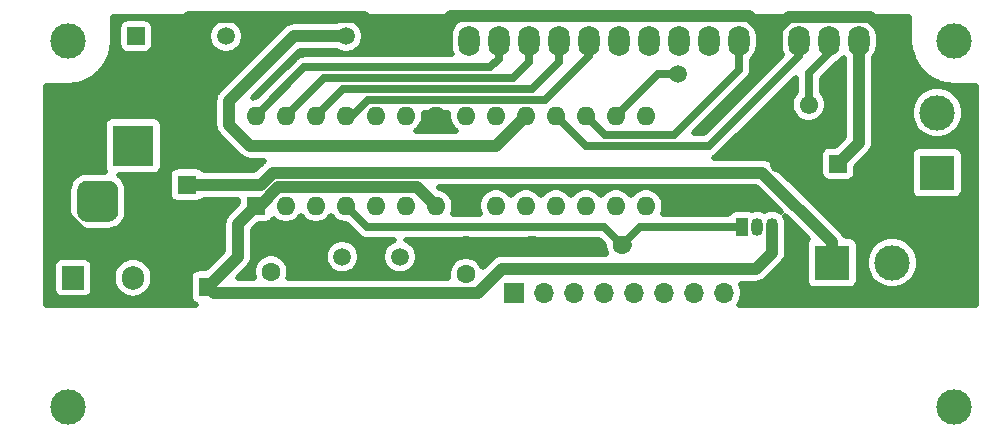
<source format=gbr>
%TF.GenerationSoftware,KiCad,Pcbnew,(5.1.9)-1*%
%TF.CreationDate,2021-03-27T12:54:39-03:00*%
%TF.ProjectId,layout3,6c61796f-7574-4332-9e6b-696361645f70,rev?*%
%TF.SameCoordinates,Original*%
%TF.FileFunction,Copper,L1,Top*%
%TF.FilePolarity,Positive*%
%FSLAX46Y46*%
G04 Gerber Fmt 4.6, Leading zero omitted, Abs format (unit mm)*
G04 Created by KiCad (PCBNEW (5.1.9)-1) date 2021-03-27 12:54:39*
%MOMM*%
%LPD*%
G01*
G04 APERTURE LIST*
%TA.AperFunction,ComponentPad*%
%ADD10R,3.500000X3.500000*%
%TD*%
%TA.AperFunction,ComponentPad*%
%ADD11R,1.508000X1.508000*%
%TD*%
%TA.AperFunction,ComponentPad*%
%ADD12C,1.508000*%
%TD*%
%TA.AperFunction,ComponentPad*%
%ADD13C,1.600000*%
%TD*%
%TA.AperFunction,ComponentPad*%
%ADD14R,1.600000X1.600000*%
%TD*%
%TA.AperFunction,ComponentPad*%
%ADD15O,1.600000X1.600000*%
%TD*%
%TA.AperFunction,ComponentPad*%
%ADD16R,1.800000X2.600000*%
%TD*%
%TA.AperFunction,ComponentPad*%
%ADD17O,1.800000X2.600000*%
%TD*%
%TA.AperFunction,ComponentPad*%
%ADD18C,3.000000*%
%TD*%
%TA.AperFunction,ComponentPad*%
%ADD19O,1.050000X1.500000*%
%TD*%
%TA.AperFunction,ComponentPad*%
%ADD20R,1.050000X1.500000*%
%TD*%
%TA.AperFunction,ComponentPad*%
%ADD21O,1.700000X1.700000*%
%TD*%
%TA.AperFunction,ComponentPad*%
%ADD22R,1.700000X1.700000*%
%TD*%
%TA.AperFunction,ComponentPad*%
%ADD23R,3.000000X3.000000*%
%TD*%
%TA.AperFunction,ComponentPad*%
%ADD24R,1.905000X2.000000*%
%TD*%
%TA.AperFunction,ComponentPad*%
%ADD25O,1.905000X2.000000*%
%TD*%
%TA.AperFunction,ComponentPad*%
%ADD26C,1.500000*%
%TD*%
%TA.AperFunction,ComponentPad*%
%ADD27C,1.550000*%
%TD*%
%TA.AperFunction,ComponentPad*%
%ADD28R,1.550000X1.550000*%
%TD*%
%TA.AperFunction,ViaPad*%
%ADD29C,1.500000*%
%TD*%
%TA.AperFunction,Conductor*%
%ADD30C,0.700000*%
%TD*%
%TA.AperFunction,Conductor*%
%ADD31C,1.000000*%
%TD*%
%TA.AperFunction,Conductor*%
%ADD32C,0.500000*%
%TD*%
G04 APERTURE END LIST*
D10*
%TO.P,J1,1*%
%TO.N,vcc_12v*%
X83058000Y-75184000D03*
%TO.P,J1,2*%
%TO.N,GND*%
%TA.AperFunction,ComponentPad*%
G36*
G01*
X75558000Y-76184000D02*
X75558000Y-74184000D01*
G75*
G02*
X76308000Y-73434000I750000J0D01*
G01*
X77808000Y-73434000D01*
G75*
G02*
X78558000Y-74184000I0J-750000D01*
G01*
X78558000Y-76184000D01*
G75*
G02*
X77808000Y-76934000I-750000J0D01*
G01*
X76308000Y-76934000D01*
G75*
G02*
X75558000Y-76184000I0J750000D01*
G01*
G37*
%TD.AperFunction*%
%TO.P,J1,3*%
%TO.N,N/C*%
%TA.AperFunction,ComponentPad*%
G36*
G01*
X78308000Y-80759000D02*
X78308000Y-79009000D01*
G75*
G02*
X79183000Y-78134000I875000J0D01*
G01*
X80933000Y-78134000D01*
G75*
G02*
X81808000Y-79009000I0J-875000D01*
G01*
X81808000Y-80759000D01*
G75*
G02*
X80933000Y-81634000I-875000J0D01*
G01*
X79183000Y-81634000D01*
G75*
G02*
X78308000Y-80759000I0J875000D01*
G01*
G37*
%TD.AperFunction*%
%TD*%
D11*
%TO.P,K1,1*%
%TO.N,Net-(J3-Pad2)*%
X83312000Y-65910000D03*
D12*
%TO.P,K1,2*%
%TO.N,Net-(J3-Pad1)*%
X90932000Y-65910000D03*
%TO.P,K1,3*%
%TO.N,Pino_13*%
X101092000Y-65910000D03*
%TO.P,K1,4*%
%TO.N,GND*%
X103632000Y-65910000D03*
%TD*%
D13*
%TO.P,C4,2*%
%TO.N,GND*%
X89408000Y-84622000D03*
D14*
%TO.P,C4,1*%
%TO.N,vcc*%
X89408000Y-87122000D03*
%TD*%
D13*
%TO.P,R1,1*%
%TO.N,Pino_2_int*%
X124460000Y-83566000D03*
D15*
%TO.P,R1,2*%
%TO.N,GND*%
X116840000Y-83566000D03*
%TD*%
D16*
%TO.P,DS1,1*%
%TO.N,GND*%
X147066000Y-66294000D03*
D17*
%TO.P,DS1,2*%
%TO.N,vcc*%
X144526000Y-66294000D03*
%TO.P,DS1,3*%
%TO.N,Net-(DS1-Pad3)*%
X141986000Y-66294000D03*
%TO.P,DS1,4*%
%TO.N,Pino_12*%
X139446000Y-66294000D03*
%TO.P,DS1,5*%
%TO.N,GND*%
X136906000Y-66294000D03*
%TO.P,DS1,6*%
%TO.N,Pino_11*%
X134366000Y-66294000D03*
%TO.P,DS1,7*%
%TO.N,Net-(DS1-Pad7)*%
X131826000Y-66294000D03*
%TO.P,DS1,8*%
%TO.N,Net-(DS1-Pad8)*%
X129286000Y-66294000D03*
%TO.P,DS1,9*%
%TO.N,Net-(DS1-Pad9)*%
X126746000Y-66294000D03*
%TO.P,DS1,10*%
%TO.N,Net-(DS1-Pad10)*%
X124206000Y-66294000D03*
%TO.P,DS1,11*%
%TO.N,Pino_16_A2*%
X121666000Y-66294000D03*
%TO.P,DS1,12*%
%TO.N,Pino_17_A3*%
X119126000Y-66294000D03*
%TO.P,DS1,13*%
%TO.N,Pino_18_A4*%
X116586000Y-66294000D03*
%TO.P,DS1,14*%
%TO.N,Pino_19_A5*%
X114046000Y-66294000D03*
%TO.P,DS1,15*%
%TO.N,LCD_A*%
X111506000Y-66294000D03*
%TO.P,DS1,16*%
%TO.N,GND*%
X108966000Y-66294000D03*
D18*
%TO.P,DS1,*%
%TO.N,*%
X152565100Y-66294000D03*
X152565100Y-97294700D03*
X77566520Y-97294700D03*
X77566000Y-66294000D03*
%TD*%
D19*
%TO.P,Q1,2*%
%TO.N,Net-(J4-Pad2)*%
X135890000Y-82042000D03*
%TO.P,Q1,3*%
%TO.N,vcc*%
X137160000Y-82042000D03*
D20*
%TO.P,Q1,1*%
%TO.N,Pino_2_int*%
X134620000Y-82042000D03*
%TD*%
D21*
%TO.P,J2,8*%
%TO.N,Pino_3*%
X133096000Y-87630000D03*
%TO.P,J2,7*%
%TO.N,Pino_4*%
X130556000Y-87630000D03*
%TO.P,J2,6*%
%TO.N,Pino_5*%
X128016000Y-87630000D03*
%TO.P,J2,5*%
%TO.N,Pino_6*%
X125476000Y-87630000D03*
%TO.P,J2,4*%
%TO.N,Pino_7*%
X122936000Y-87630000D03*
%TO.P,J2,3*%
%TO.N,Pino_8*%
X120396000Y-87630000D03*
%TO.P,J2,2*%
%TO.N,Pino_9*%
X117856000Y-87630000D03*
D22*
%TO.P,J2,1*%
%TO.N,Pino_10*%
X115316000Y-87630000D03*
%TD*%
D23*
%TO.P,J3,1*%
%TO.N,Net-(J3-Pad1)*%
X151130000Y-77470000D03*
D18*
%TO.P,J3,2*%
%TO.N,Net-(J3-Pad2)*%
X151130000Y-72390000D03*
%TD*%
D23*
%TO.P,J4,1*%
%TO.N,vcc_12v*%
X142240000Y-85090000D03*
D18*
%TO.P,J4,2*%
%TO.N,Net-(J4-Pad2)*%
X147320000Y-85090000D03*
%TO.P,J4,3*%
%TO.N,GND*%
X152400000Y-85090000D03*
%TD*%
D24*
%TO.P,U2,1*%
%TO.N,vcc_12v*%
X77978000Y-86360000D03*
D25*
%TO.P,U2,2*%
%TO.N,GND*%
X80518000Y-86360000D03*
%TO.P,U2,3*%
%TO.N,vcc*%
X83058000Y-86360000D03*
%TD*%
D26*
%TO.P,Y1,2*%
%TO.N,Net-(C2-Pad2)*%
X100764000Y-84582000D03*
%TO.P,Y1,1*%
%TO.N,Net-(C1-Pad2)*%
X105664000Y-84582000D03*
%TD*%
D13*
%TO.P,C1,1*%
%TO.N,GND*%
X111252000Y-83566000D03*
%TO.P,C1,2*%
%TO.N,Net-(C1-Pad2)*%
X111252000Y-86066000D03*
%TD*%
%TO.P,C2,2*%
%TO.N,Net-(C2-Pad2)*%
X94742000Y-85852000D03*
%TO.P,C2,1*%
%TO.N,GND*%
X94742000Y-83352000D03*
%TD*%
D14*
%TO.P,C3,1*%
%TO.N,vcc_12v*%
X87630000Y-78486000D03*
D13*
%TO.P,C3,2*%
%TO.N,GND*%
X87630000Y-80986000D03*
%TD*%
D15*
%TO.P,U1,28*%
%TO.N,Pino_19_A5*%
X93472000Y-72644000D03*
%TO.P,U1,14*%
%TO.N,Pino_7*%
X126492000Y-80264000D03*
%TO.P,U1,27*%
%TO.N,Pino_18_A4*%
X96012000Y-72644000D03*
%TO.P,U1,13*%
%TO.N,Pino_8*%
X123952000Y-80264000D03*
%TO.P,U1,26*%
%TO.N,Pino_17_A3*%
X98552000Y-72644000D03*
%TO.P,U1,12*%
%TO.N,Pino_9*%
X121412000Y-80264000D03*
%TO.P,U1,25*%
%TO.N,Pino_16_A2*%
X101092000Y-72644000D03*
%TO.P,U1,11*%
%TO.N,Pino_10*%
X118872000Y-80264000D03*
%TO.P,U1,24*%
%TO.N,Net-(U1-Pad24)*%
X103632000Y-72644000D03*
%TO.P,U1,10*%
%TO.N,Net-(C2-Pad2)*%
X116332000Y-80264000D03*
%TO.P,U1,23*%
%TO.N,Net-(U1-Pad23)*%
X106172000Y-72644000D03*
%TO.P,U1,9*%
%TO.N,Net-(C1-Pad2)*%
X113792000Y-80264000D03*
%TO.P,U1,22*%
%TO.N,GND*%
X108712000Y-72644000D03*
%TO.P,U1,8*%
X111252000Y-80264000D03*
%TO.P,U1,21*%
%TO.N,Net-(U1-Pad21)*%
X111252000Y-72644000D03*
%TO.P,U1,7*%
%TO.N,vcc*%
X108712000Y-80264000D03*
%TO.P,U1,20*%
X113792000Y-72644000D03*
%TO.P,U1,6*%
%TO.N,Pino_6*%
X106172000Y-80264000D03*
%TO.P,U1,19*%
%TO.N,Pino_13*%
X116332000Y-72644000D03*
%TO.P,U1,5*%
%TO.N,Pino_5*%
X103632000Y-80264000D03*
%TO.P,U1,18*%
%TO.N,Pino_12*%
X118872000Y-72644000D03*
%TO.P,U1,4*%
%TO.N,Pino_2_int*%
X101092000Y-80264000D03*
%TO.P,U1,17*%
%TO.N,Pino_11*%
X121412000Y-72644000D03*
%TO.P,U1,3*%
%TO.N,Pino_4*%
X98552000Y-80264000D03*
%TO.P,U1,16*%
%TO.N,LCD_A*%
X123952000Y-72644000D03*
%TO.P,U1,2*%
%TO.N,Pino_3*%
X96012000Y-80264000D03*
%TO.P,U1,15*%
%TO.N,Net-(U1-Pad15)*%
X126492000Y-72644000D03*
D14*
%TO.P,U1,1*%
%TO.N,vcc*%
X93472000Y-80264000D03*
%TD*%
D27*
%TO.P,RV1,3*%
%TO.N,GND*%
X137748000Y-76708000D03*
D28*
%TO.P,RV1,1*%
%TO.N,vcc*%
X142748000Y-76708000D03*
D27*
%TO.P,RV1,2*%
%TO.N,Net-(DS1-Pad3)*%
X140248000Y-71708000D03*
%TD*%
D29*
%TO.N,LCD_A*%
X129184400Y-69088000D03*
%TD*%
D30*
%TO.N,Pino_2_int*%
X124714000Y-83820000D02*
X124968000Y-83566000D01*
X102889988Y-82061988D02*
X101092000Y-80264000D01*
X122955988Y-82061988D02*
X102889988Y-82061988D01*
X124460000Y-83566000D02*
X122955988Y-82061988D01*
X125984000Y-82042000D02*
X124460000Y-83566000D01*
X134620000Y-82042000D02*
X125984000Y-82042000D01*
D31*
%TO.N,vcc_12v*%
X93843985Y-78486000D02*
X87630000Y-78486000D01*
X94875965Y-77454020D02*
X93843985Y-78486000D01*
X136342020Y-77454020D02*
X94875965Y-77454020D01*
X142240000Y-83352000D02*
X136342020Y-77454020D01*
X142240000Y-85090000D02*
X142240000Y-83352000D01*
%TO.N,vcc*%
X91948000Y-81788000D02*
X93472000Y-80264000D01*
X91948000Y-84582000D02*
X91948000Y-81788000D01*
X89408000Y-87122000D02*
X91948000Y-84582000D01*
X144526000Y-74930000D02*
X144526000Y-66040000D01*
X142748000Y-76708000D02*
X144526000Y-74930000D01*
X95361186Y-78680011D02*
X93777197Y-80264000D01*
X108712000Y-80264000D02*
X107128011Y-78680011D01*
X107128011Y-78680011D02*
X95361186Y-78680011D01*
X93777197Y-80264000D02*
X93472000Y-80264000D01*
X89916000Y-87630000D02*
X89408000Y-87122000D01*
X112268000Y-87630000D02*
X89916000Y-87630000D01*
X114300000Y-85598000D02*
X112268000Y-87630000D01*
X135817998Y-85598000D02*
X114300000Y-85598000D01*
X137160000Y-84255998D02*
X135817998Y-85598000D01*
X137160000Y-82042000D02*
X137160000Y-84255998D01*
D30*
%TO.N,Pino_12*%
X118872000Y-72644000D02*
X121407611Y-75179611D01*
X121407611Y-75179611D02*
X131830389Y-75179611D01*
X131830389Y-75179611D02*
X139446000Y-67564000D01*
X139446000Y-67564000D02*
X139446000Y-66040000D01*
%TO.N,Pino_11*%
X134366000Y-66294000D02*
X134366000Y-66040000D01*
X134366000Y-66294000D02*
X134366000Y-68732400D01*
X134366000Y-68732400D02*
X128828800Y-74269600D01*
X123037600Y-74269600D02*
X121412000Y-72644000D01*
X128828800Y-74269600D02*
X123037600Y-74269600D01*
%TO.N,Pino_16_A2*%
X121666000Y-67564000D02*
X121666000Y-66294000D01*
X117946001Y-71283999D02*
X121666000Y-67564000D01*
X102979199Y-71283999D02*
X117946001Y-71283999D01*
X101619198Y-72644000D02*
X102979199Y-71283999D01*
X101092000Y-72644000D02*
X101619198Y-72644000D01*
%TO.N,Pino_17_A3*%
X119126000Y-68072000D02*
X119126000Y-66294000D01*
X116824012Y-70373988D02*
X119126000Y-68072000D01*
X100822012Y-70373988D02*
X116824012Y-70373988D01*
X98552000Y-72644000D02*
X100822012Y-70373988D01*
%TO.N,Pino_18_A4*%
X116586000Y-68072000D02*
X116586000Y-66294000D01*
X115194023Y-69463977D02*
X116586000Y-68072000D01*
X99192023Y-69463977D02*
X115194023Y-69463977D01*
X96012000Y-72644000D02*
X99192023Y-69463977D01*
%TO.N,Pino_19_A5*%
X114046000Y-67818000D02*
X114046000Y-66294000D01*
X113310034Y-68553966D02*
X114046000Y-67818000D01*
X97562034Y-68553966D02*
X113310034Y-68553966D01*
X93472000Y-72644000D02*
X97562034Y-68553966D01*
D31*
%TO.N,Net-(J3-Pad2)*%
X151130000Y-72390000D02*
X151000000Y-72390000D01*
%TO.N,Pino_13*%
X116332000Y-72644000D02*
X113792000Y-75184000D01*
X113792000Y-75184000D02*
X92964000Y-75184000D01*
X92964000Y-75184000D02*
X91186000Y-73406000D01*
X91186000Y-73406000D02*
X91186000Y-71374000D01*
X91186000Y-71374000D02*
X96650000Y-65910000D01*
X96650000Y-65910000D02*
X101092000Y-65910000D01*
%TO.N,GND*%
X116840000Y-83566000D02*
X111252000Y-83566000D01*
X136906000Y-66040000D02*
X136906000Y-65903103D01*
X142320000Y-81280000D02*
X137748000Y-76708000D01*
X147828000Y-81280000D02*
X142320000Y-81280000D01*
X151638000Y-85090000D02*
X147828000Y-81280000D01*
X152400000Y-85090000D02*
X151638000Y-85090000D01*
X103762000Y-66040000D02*
X103632000Y-65910000D01*
X108582000Y-65910000D02*
X108966000Y-66294000D01*
X103632000Y-65910000D02*
X108582000Y-65910000D01*
X108966000Y-65786000D02*
X108966000Y-66294000D01*
X147066000Y-65903103D02*
X147066000Y-66040000D01*
X138547103Y-64262000D02*
X145424897Y-64262000D01*
X145424897Y-64262000D02*
X147066000Y-65903103D01*
X136906000Y-65903103D02*
X138547103Y-64262000D01*
X80518000Y-84360000D02*
X80518000Y-86360000D01*
X77058000Y-80900000D02*
X80518000Y-84360000D01*
X77058000Y-74950002D02*
X77058000Y-80900000D01*
X87746002Y-64262000D02*
X77058000Y-74950002D01*
X102616000Y-64262000D02*
X87746002Y-64262000D01*
X103632000Y-65278000D02*
X102616000Y-64262000D01*
X103632000Y-65910000D02*
X103632000Y-65278000D01*
X147066000Y-79756000D02*
X152400000Y-85090000D01*
X147066000Y-66294000D02*
X147066000Y-79756000D01*
X135237907Y-64235010D02*
X136906000Y-65903103D01*
X109940542Y-64235010D02*
X135237907Y-64235010D01*
X108966000Y-65209552D02*
X109940542Y-64235010D01*
X108966000Y-66294000D02*
X108966000Y-65209552D01*
D30*
%TO.N,Net-(DS1-Pad3)*%
X141986000Y-66294000D02*
X141986000Y-66040000D01*
X141986000Y-67310000D02*
X141986000Y-66294000D01*
X140248000Y-69048000D02*
X141986000Y-67310000D01*
X140248000Y-71708000D02*
X140248000Y-69048000D01*
%TO.N,LCD_A*%
X123952000Y-72644000D02*
X127508000Y-69088000D01*
X127508000Y-69088000D02*
X129184400Y-69088000D01*
%TD*%
D32*
%TO.N,GND*%
X148780200Y-66332064D02*
X148783596Y-66366550D01*
X148783464Y-66385520D01*
X148784520Y-66396289D01*
X148846701Y-66987897D01*
X148860828Y-67056719D01*
X148873987Y-67125700D01*
X148877114Y-67136059D01*
X149053020Y-67704321D01*
X149080246Y-67769090D01*
X149106553Y-67834202D01*
X149111633Y-67843757D01*
X149394565Y-68367029D01*
X149433845Y-68425263D01*
X149472306Y-68484038D01*
X149479145Y-68492424D01*
X149858327Y-68950776D01*
X149908184Y-69000285D01*
X149957315Y-69050456D01*
X149965653Y-69057354D01*
X150426640Y-69433326D01*
X150485156Y-69472204D01*
X150543104Y-69511881D01*
X150552622Y-69517028D01*
X151077856Y-69796300D01*
X151142821Y-69823076D01*
X151207360Y-69850738D01*
X151217698Y-69853939D01*
X151787175Y-70025874D01*
X151856099Y-70039521D01*
X151924785Y-70054121D01*
X151935547Y-70055252D01*
X152527573Y-70113301D01*
X152527577Y-70113301D01*
X152565135Y-70117000D01*
X154419000Y-70117000D01*
X154419001Y-88633000D01*
X134350121Y-88633000D01*
X134513902Y-88387884D01*
X134634513Y-88096703D01*
X134696000Y-87787586D01*
X134696000Y-87472414D01*
X134634513Y-87163297D01*
X134513902Y-86872116D01*
X134497788Y-86848000D01*
X135756600Y-86848000D01*
X135817998Y-86854047D01*
X135879396Y-86848000D01*
X135879403Y-86848000D01*
X136063041Y-86829913D01*
X136298667Y-86758437D01*
X136515821Y-86642366D01*
X136706158Y-86486160D01*
X136745306Y-86438458D01*
X138000462Y-85183302D01*
X138048160Y-85144158D01*
X138204366Y-84953821D01*
X138320437Y-84736667D01*
X138387375Y-84516000D01*
X138391913Y-84501042D01*
X138406986Y-84348000D01*
X138410000Y-84317403D01*
X138410000Y-84317397D01*
X138416047Y-84255999D01*
X138410000Y-84194601D01*
X138410000Y-82538542D01*
X138416552Y-82516943D01*
X138435000Y-82329635D01*
X138435000Y-81754364D01*
X138416552Y-81567056D01*
X138343646Y-81326718D01*
X138225253Y-81105221D01*
X138224331Y-81104097D01*
X140193687Y-83073454D01*
X140113381Y-83171307D01*
X140043739Y-83301599D01*
X140000853Y-83442974D01*
X139986372Y-83590000D01*
X139986372Y-86590000D01*
X140000853Y-86737026D01*
X140043739Y-86878401D01*
X140113381Y-87008693D01*
X140207105Y-87122895D01*
X140321307Y-87216619D01*
X140451599Y-87286261D01*
X140592974Y-87329147D01*
X140740000Y-87343628D01*
X143740000Y-87343628D01*
X143887026Y-87329147D01*
X144028401Y-87286261D01*
X144158693Y-87216619D01*
X144272895Y-87122895D01*
X144366619Y-87008693D01*
X144436261Y-86878401D01*
X144479147Y-86737026D01*
X144493628Y-86590000D01*
X144493628Y-84868394D01*
X145070000Y-84868394D01*
X145070000Y-85311606D01*
X145156466Y-85746301D01*
X145326076Y-86155775D01*
X145572311Y-86524292D01*
X145885708Y-86837689D01*
X146254225Y-87083924D01*
X146663699Y-87253534D01*
X147098394Y-87340000D01*
X147541606Y-87340000D01*
X147976301Y-87253534D01*
X148385775Y-87083924D01*
X148754292Y-86837689D01*
X149067689Y-86524292D01*
X149313924Y-86155775D01*
X149483534Y-85746301D01*
X149570000Y-85311606D01*
X149570000Y-84868394D01*
X149483534Y-84433699D01*
X149313924Y-84024225D01*
X149067689Y-83655708D01*
X148754292Y-83342311D01*
X148385775Y-83096076D01*
X147976301Y-82926466D01*
X147541606Y-82840000D01*
X147098394Y-82840000D01*
X146663699Y-82926466D01*
X146254225Y-83096076D01*
X145885708Y-83342311D01*
X145572311Y-83655708D01*
X145326076Y-84024225D01*
X145156466Y-84433699D01*
X145070000Y-84868394D01*
X144493628Y-84868394D01*
X144493628Y-83590000D01*
X144479147Y-83442974D01*
X144436261Y-83301599D01*
X144366619Y-83171307D01*
X144272895Y-83057105D01*
X144158693Y-82963381D01*
X144028401Y-82893739D01*
X143887026Y-82850853D01*
X143740000Y-82836372D01*
X143381751Y-82836372D01*
X143284366Y-82654177D01*
X143128160Y-82463840D01*
X143080463Y-82424696D01*
X137269329Y-76613563D01*
X137230180Y-76565860D01*
X137039843Y-76409654D01*
X136822689Y-76293583D01*
X136587063Y-76222107D01*
X136403425Y-76204020D01*
X136403418Y-76204020D01*
X136342020Y-76197973D01*
X136280622Y-76204020D01*
X132242746Y-76204020D01*
X132253377Y-76200795D01*
X132444473Y-76098653D01*
X132611970Y-75961192D01*
X132646422Y-75919212D01*
X139148001Y-69417634D01*
X139148000Y-70651324D01*
X139063455Y-70735869D01*
X138896562Y-70985642D01*
X138781605Y-71263174D01*
X138723000Y-71557801D01*
X138723000Y-71858199D01*
X138781605Y-72152826D01*
X138896562Y-72430358D01*
X139063455Y-72680131D01*
X139275869Y-72892545D01*
X139525642Y-73059438D01*
X139803174Y-73174395D01*
X140097801Y-73233000D01*
X140398199Y-73233000D01*
X140692826Y-73174395D01*
X140970358Y-73059438D01*
X141220131Y-72892545D01*
X141432545Y-72680131D01*
X141599438Y-72430358D01*
X141714395Y-72152826D01*
X141773000Y-71858199D01*
X141773000Y-71557801D01*
X141714395Y-71263174D01*
X141599438Y-70985642D01*
X141432545Y-70735869D01*
X141348000Y-70651324D01*
X141348000Y-69503634D01*
X142632031Y-68219604D01*
X142907125Y-68072562D01*
X143158371Y-67866371D01*
X143256000Y-67747409D01*
X143276001Y-67771780D01*
X143276000Y-74412233D01*
X142508862Y-75179372D01*
X141973000Y-75179372D01*
X141825974Y-75193853D01*
X141684599Y-75236739D01*
X141554307Y-75306381D01*
X141440105Y-75400105D01*
X141346381Y-75514307D01*
X141276739Y-75644599D01*
X141233853Y-75785974D01*
X141219372Y-75933000D01*
X141219372Y-77483000D01*
X141233853Y-77630026D01*
X141276739Y-77771401D01*
X141346381Y-77901693D01*
X141440105Y-78015895D01*
X141554307Y-78109619D01*
X141684599Y-78179261D01*
X141825974Y-78222147D01*
X141973000Y-78236628D01*
X143523000Y-78236628D01*
X143670026Y-78222147D01*
X143811401Y-78179261D01*
X143941693Y-78109619D01*
X144055895Y-78015895D01*
X144149619Y-77901693D01*
X144219261Y-77771401D01*
X144262147Y-77630026D01*
X144276628Y-77483000D01*
X144276628Y-76947138D01*
X145253766Y-75970000D01*
X148876372Y-75970000D01*
X148876372Y-78970000D01*
X148890853Y-79117026D01*
X148933739Y-79258401D01*
X149003381Y-79388693D01*
X149097105Y-79502895D01*
X149211307Y-79596619D01*
X149341599Y-79666261D01*
X149482974Y-79709147D01*
X149630000Y-79723628D01*
X152630000Y-79723628D01*
X152777026Y-79709147D01*
X152918401Y-79666261D01*
X153048693Y-79596619D01*
X153162895Y-79502895D01*
X153256619Y-79388693D01*
X153326261Y-79258401D01*
X153369147Y-79117026D01*
X153383628Y-78970000D01*
X153383628Y-75970000D01*
X153369147Y-75822974D01*
X153326261Y-75681599D01*
X153256619Y-75551307D01*
X153162895Y-75437105D01*
X153048693Y-75343381D01*
X152918401Y-75273739D01*
X152777026Y-75230853D01*
X152630000Y-75216372D01*
X149630000Y-75216372D01*
X149482974Y-75230853D01*
X149341599Y-75273739D01*
X149211307Y-75343381D01*
X149097105Y-75437105D01*
X149003381Y-75551307D01*
X148933739Y-75681599D01*
X148890853Y-75822974D01*
X148876372Y-75970000D01*
X145253766Y-75970000D01*
X145366464Y-75857303D01*
X145414160Y-75818160D01*
X145570366Y-75627823D01*
X145686437Y-75410669D01*
X145757913Y-75175043D01*
X145776000Y-74991405D01*
X145776000Y-74991404D01*
X145782048Y-74930000D01*
X145776000Y-74868595D01*
X145776000Y-72168394D01*
X148880000Y-72168394D01*
X148880000Y-72611606D01*
X148966466Y-73046301D01*
X149136076Y-73455775D01*
X149382311Y-73824292D01*
X149695708Y-74137689D01*
X150064225Y-74383924D01*
X150473699Y-74553534D01*
X150908394Y-74640000D01*
X151351606Y-74640000D01*
X151786301Y-74553534D01*
X152195775Y-74383924D01*
X152564292Y-74137689D01*
X152877689Y-73824292D01*
X153123924Y-73455775D01*
X153293534Y-73046301D01*
X153380000Y-72611606D01*
X153380000Y-72168394D01*
X153293534Y-71733699D01*
X153123924Y-71324225D01*
X152877689Y-70955708D01*
X152564292Y-70642311D01*
X152195775Y-70396076D01*
X151786301Y-70226466D01*
X151351606Y-70140000D01*
X150908394Y-70140000D01*
X150473699Y-70226466D01*
X150064225Y-70396076D01*
X149695708Y-70642311D01*
X149382311Y-70955708D01*
X149136076Y-71324225D01*
X148966466Y-71733699D01*
X148880000Y-72168394D01*
X145776000Y-72168394D01*
X145776000Y-67771780D01*
X145904562Y-67615126D01*
X146057777Y-67328483D01*
X146152125Y-67017456D01*
X146176000Y-66775052D01*
X146176000Y-65812949D01*
X146152125Y-65570544D01*
X146057777Y-65259517D01*
X145904562Y-64972874D01*
X145698371Y-64721629D01*
X145447126Y-64515438D01*
X145160483Y-64362223D01*
X144872944Y-64275000D01*
X148780201Y-64275000D01*
X148780200Y-66332064D01*
%TA.AperFunction,Conductor*%
G36*
X148780200Y-66332064D02*
G01*
X148783596Y-66366550D01*
X148783464Y-66385520D01*
X148784520Y-66396289D01*
X148846701Y-66987897D01*
X148860828Y-67056719D01*
X148873987Y-67125700D01*
X148877114Y-67136059D01*
X149053020Y-67704321D01*
X149080246Y-67769090D01*
X149106553Y-67834202D01*
X149111633Y-67843757D01*
X149394565Y-68367029D01*
X149433845Y-68425263D01*
X149472306Y-68484038D01*
X149479145Y-68492424D01*
X149858327Y-68950776D01*
X149908184Y-69000285D01*
X149957315Y-69050456D01*
X149965653Y-69057354D01*
X150426640Y-69433326D01*
X150485156Y-69472204D01*
X150543104Y-69511881D01*
X150552622Y-69517028D01*
X151077856Y-69796300D01*
X151142821Y-69823076D01*
X151207360Y-69850738D01*
X151217698Y-69853939D01*
X151787175Y-70025874D01*
X151856099Y-70039521D01*
X151924785Y-70054121D01*
X151935547Y-70055252D01*
X152527573Y-70113301D01*
X152527577Y-70113301D01*
X152565135Y-70117000D01*
X154419000Y-70117000D01*
X154419001Y-88633000D01*
X134350121Y-88633000D01*
X134513902Y-88387884D01*
X134634513Y-88096703D01*
X134696000Y-87787586D01*
X134696000Y-87472414D01*
X134634513Y-87163297D01*
X134513902Y-86872116D01*
X134497788Y-86848000D01*
X135756600Y-86848000D01*
X135817998Y-86854047D01*
X135879396Y-86848000D01*
X135879403Y-86848000D01*
X136063041Y-86829913D01*
X136298667Y-86758437D01*
X136515821Y-86642366D01*
X136706158Y-86486160D01*
X136745306Y-86438458D01*
X138000462Y-85183302D01*
X138048160Y-85144158D01*
X138204366Y-84953821D01*
X138320437Y-84736667D01*
X138387375Y-84516000D01*
X138391913Y-84501042D01*
X138406986Y-84348000D01*
X138410000Y-84317403D01*
X138410000Y-84317397D01*
X138416047Y-84255999D01*
X138410000Y-84194601D01*
X138410000Y-82538542D01*
X138416552Y-82516943D01*
X138435000Y-82329635D01*
X138435000Y-81754364D01*
X138416552Y-81567056D01*
X138343646Y-81326718D01*
X138225253Y-81105221D01*
X138224331Y-81104097D01*
X140193687Y-83073454D01*
X140113381Y-83171307D01*
X140043739Y-83301599D01*
X140000853Y-83442974D01*
X139986372Y-83590000D01*
X139986372Y-86590000D01*
X140000853Y-86737026D01*
X140043739Y-86878401D01*
X140113381Y-87008693D01*
X140207105Y-87122895D01*
X140321307Y-87216619D01*
X140451599Y-87286261D01*
X140592974Y-87329147D01*
X140740000Y-87343628D01*
X143740000Y-87343628D01*
X143887026Y-87329147D01*
X144028401Y-87286261D01*
X144158693Y-87216619D01*
X144272895Y-87122895D01*
X144366619Y-87008693D01*
X144436261Y-86878401D01*
X144479147Y-86737026D01*
X144493628Y-86590000D01*
X144493628Y-84868394D01*
X145070000Y-84868394D01*
X145070000Y-85311606D01*
X145156466Y-85746301D01*
X145326076Y-86155775D01*
X145572311Y-86524292D01*
X145885708Y-86837689D01*
X146254225Y-87083924D01*
X146663699Y-87253534D01*
X147098394Y-87340000D01*
X147541606Y-87340000D01*
X147976301Y-87253534D01*
X148385775Y-87083924D01*
X148754292Y-86837689D01*
X149067689Y-86524292D01*
X149313924Y-86155775D01*
X149483534Y-85746301D01*
X149570000Y-85311606D01*
X149570000Y-84868394D01*
X149483534Y-84433699D01*
X149313924Y-84024225D01*
X149067689Y-83655708D01*
X148754292Y-83342311D01*
X148385775Y-83096076D01*
X147976301Y-82926466D01*
X147541606Y-82840000D01*
X147098394Y-82840000D01*
X146663699Y-82926466D01*
X146254225Y-83096076D01*
X145885708Y-83342311D01*
X145572311Y-83655708D01*
X145326076Y-84024225D01*
X145156466Y-84433699D01*
X145070000Y-84868394D01*
X144493628Y-84868394D01*
X144493628Y-83590000D01*
X144479147Y-83442974D01*
X144436261Y-83301599D01*
X144366619Y-83171307D01*
X144272895Y-83057105D01*
X144158693Y-82963381D01*
X144028401Y-82893739D01*
X143887026Y-82850853D01*
X143740000Y-82836372D01*
X143381751Y-82836372D01*
X143284366Y-82654177D01*
X143128160Y-82463840D01*
X143080463Y-82424696D01*
X137269329Y-76613563D01*
X137230180Y-76565860D01*
X137039843Y-76409654D01*
X136822689Y-76293583D01*
X136587063Y-76222107D01*
X136403425Y-76204020D01*
X136403418Y-76204020D01*
X136342020Y-76197973D01*
X136280622Y-76204020D01*
X132242746Y-76204020D01*
X132253377Y-76200795D01*
X132444473Y-76098653D01*
X132611970Y-75961192D01*
X132646422Y-75919212D01*
X139148001Y-69417634D01*
X139148000Y-70651324D01*
X139063455Y-70735869D01*
X138896562Y-70985642D01*
X138781605Y-71263174D01*
X138723000Y-71557801D01*
X138723000Y-71858199D01*
X138781605Y-72152826D01*
X138896562Y-72430358D01*
X139063455Y-72680131D01*
X139275869Y-72892545D01*
X139525642Y-73059438D01*
X139803174Y-73174395D01*
X140097801Y-73233000D01*
X140398199Y-73233000D01*
X140692826Y-73174395D01*
X140970358Y-73059438D01*
X141220131Y-72892545D01*
X141432545Y-72680131D01*
X141599438Y-72430358D01*
X141714395Y-72152826D01*
X141773000Y-71858199D01*
X141773000Y-71557801D01*
X141714395Y-71263174D01*
X141599438Y-70985642D01*
X141432545Y-70735869D01*
X141348000Y-70651324D01*
X141348000Y-69503634D01*
X142632031Y-68219604D01*
X142907125Y-68072562D01*
X143158371Y-67866371D01*
X143256000Y-67747409D01*
X143276001Y-67771780D01*
X143276000Y-74412233D01*
X142508862Y-75179372D01*
X141973000Y-75179372D01*
X141825974Y-75193853D01*
X141684599Y-75236739D01*
X141554307Y-75306381D01*
X141440105Y-75400105D01*
X141346381Y-75514307D01*
X141276739Y-75644599D01*
X141233853Y-75785974D01*
X141219372Y-75933000D01*
X141219372Y-77483000D01*
X141233853Y-77630026D01*
X141276739Y-77771401D01*
X141346381Y-77901693D01*
X141440105Y-78015895D01*
X141554307Y-78109619D01*
X141684599Y-78179261D01*
X141825974Y-78222147D01*
X141973000Y-78236628D01*
X143523000Y-78236628D01*
X143670026Y-78222147D01*
X143811401Y-78179261D01*
X143941693Y-78109619D01*
X144055895Y-78015895D01*
X144149619Y-77901693D01*
X144219261Y-77771401D01*
X144262147Y-77630026D01*
X144276628Y-77483000D01*
X144276628Y-76947138D01*
X145253766Y-75970000D01*
X148876372Y-75970000D01*
X148876372Y-78970000D01*
X148890853Y-79117026D01*
X148933739Y-79258401D01*
X149003381Y-79388693D01*
X149097105Y-79502895D01*
X149211307Y-79596619D01*
X149341599Y-79666261D01*
X149482974Y-79709147D01*
X149630000Y-79723628D01*
X152630000Y-79723628D01*
X152777026Y-79709147D01*
X152918401Y-79666261D01*
X153048693Y-79596619D01*
X153162895Y-79502895D01*
X153256619Y-79388693D01*
X153326261Y-79258401D01*
X153369147Y-79117026D01*
X153383628Y-78970000D01*
X153383628Y-75970000D01*
X153369147Y-75822974D01*
X153326261Y-75681599D01*
X153256619Y-75551307D01*
X153162895Y-75437105D01*
X153048693Y-75343381D01*
X152918401Y-75273739D01*
X152777026Y-75230853D01*
X152630000Y-75216372D01*
X149630000Y-75216372D01*
X149482974Y-75230853D01*
X149341599Y-75273739D01*
X149211307Y-75343381D01*
X149097105Y-75437105D01*
X149003381Y-75551307D01*
X148933739Y-75681599D01*
X148890853Y-75822974D01*
X148876372Y-75970000D01*
X145253766Y-75970000D01*
X145366464Y-75857303D01*
X145414160Y-75818160D01*
X145570366Y-75627823D01*
X145686437Y-75410669D01*
X145757913Y-75175043D01*
X145776000Y-74991405D01*
X145776000Y-74991404D01*
X145782048Y-74930000D01*
X145776000Y-74868595D01*
X145776000Y-72168394D01*
X148880000Y-72168394D01*
X148880000Y-72611606D01*
X148966466Y-73046301D01*
X149136076Y-73455775D01*
X149382311Y-73824292D01*
X149695708Y-74137689D01*
X150064225Y-74383924D01*
X150473699Y-74553534D01*
X150908394Y-74640000D01*
X151351606Y-74640000D01*
X151786301Y-74553534D01*
X152195775Y-74383924D01*
X152564292Y-74137689D01*
X152877689Y-73824292D01*
X153123924Y-73455775D01*
X153293534Y-73046301D01*
X153380000Y-72611606D01*
X153380000Y-72168394D01*
X153293534Y-71733699D01*
X153123924Y-71324225D01*
X152877689Y-70955708D01*
X152564292Y-70642311D01*
X152195775Y-70396076D01*
X151786301Y-70226466D01*
X151351606Y-70140000D01*
X150908394Y-70140000D01*
X150473699Y-70226466D01*
X150064225Y-70396076D01*
X149695708Y-70642311D01*
X149382311Y-70955708D01*
X149136076Y-71324225D01*
X148966466Y-71733699D01*
X148880000Y-72168394D01*
X145776000Y-72168394D01*
X145776000Y-67771780D01*
X145904562Y-67615126D01*
X146057777Y-67328483D01*
X146152125Y-67017456D01*
X146176000Y-66775052D01*
X146176000Y-65812949D01*
X146152125Y-65570544D01*
X146057777Y-65259517D01*
X145904562Y-64972874D01*
X145698371Y-64721629D01*
X145447126Y-64515438D01*
X145160483Y-64362223D01*
X144872944Y-64275000D01*
X148780201Y-64275000D01*
X148780200Y-66332064D01*
G37*
%TD.AperFunction*%
X110871518Y-64362223D02*
X110584875Y-64515438D01*
X110333630Y-64721629D01*
X110127438Y-64972874D01*
X109974223Y-65259517D01*
X109879875Y-65570544D01*
X109856000Y-65812948D01*
X109856000Y-66775051D01*
X109879875Y-67017455D01*
X109974223Y-67328482D01*
X110041296Y-67453966D01*
X97616070Y-67453966D01*
X97562034Y-67448644D01*
X97346396Y-67469882D01*
X97139045Y-67532782D01*
X96963959Y-67626367D01*
X96947950Y-67634924D01*
X96780453Y-67772385D01*
X96746001Y-67814365D01*
X93466366Y-71094000D01*
X93319338Y-71094000D01*
X93212519Y-71115247D01*
X97167767Y-67160000D01*
X100255629Y-67160000D01*
X100379589Y-67242827D01*
X100653299Y-67356202D01*
X100943869Y-67414000D01*
X101240131Y-67414000D01*
X101530701Y-67356202D01*
X101804411Y-67242827D01*
X102050744Y-67078233D01*
X102260233Y-66868744D01*
X102424827Y-66622411D01*
X102538202Y-66348701D01*
X102596000Y-66058131D01*
X102596000Y-65761869D01*
X102538202Y-65471299D01*
X102424827Y-65197589D01*
X102260233Y-64951256D01*
X102050744Y-64741767D01*
X101804411Y-64577173D01*
X101530701Y-64463798D01*
X101240131Y-64406000D01*
X100943869Y-64406000D01*
X100653299Y-64463798D01*
X100379589Y-64577173D01*
X100255629Y-64660000D01*
X96711398Y-64660000D01*
X96650000Y-64653953D01*
X96588602Y-64660000D01*
X96588595Y-64660000D01*
X96404957Y-64678087D01*
X96169331Y-64749563D01*
X95952177Y-64865634D01*
X95761840Y-65021840D01*
X95722696Y-65069537D01*
X90345538Y-70446696D01*
X90297841Y-70485840D01*
X90141635Y-70676177D01*
X90109729Y-70735869D01*
X90025563Y-70893332D01*
X89954087Y-71128958D01*
X89929953Y-71374000D01*
X89936001Y-71435407D01*
X89936000Y-73344602D01*
X89929953Y-73406000D01*
X89936000Y-73467398D01*
X89936000Y-73467404D01*
X89954087Y-73651042D01*
X90025563Y-73886668D01*
X90141634Y-74103822D01*
X90297840Y-74294160D01*
X90345542Y-74333309D01*
X92036696Y-76024463D01*
X92075840Y-76072160D01*
X92266177Y-76228366D01*
X92388190Y-76293583D01*
X92483331Y-76344437D01*
X92718957Y-76415913D01*
X92964000Y-76440048D01*
X93025405Y-76434000D01*
X94148476Y-76434000D01*
X93987805Y-76565860D01*
X93948660Y-76613558D01*
X93326219Y-77236000D01*
X89030926Y-77236000D01*
X88962895Y-77153105D01*
X88848693Y-77059381D01*
X88718401Y-76989739D01*
X88577026Y-76946853D01*
X88430000Y-76932372D01*
X86830000Y-76932372D01*
X86682974Y-76946853D01*
X86541599Y-76989739D01*
X86411307Y-77059381D01*
X86297105Y-77153105D01*
X86203381Y-77267307D01*
X86133739Y-77397599D01*
X86090853Y-77538974D01*
X86076372Y-77686000D01*
X86076372Y-79286000D01*
X86090853Y-79433026D01*
X86133739Y-79574401D01*
X86203381Y-79704693D01*
X86297105Y-79818895D01*
X86411307Y-79912619D01*
X86541599Y-79982261D01*
X86682974Y-80025147D01*
X86830000Y-80039628D01*
X88430000Y-80039628D01*
X88577026Y-80025147D01*
X88718401Y-79982261D01*
X88848693Y-79912619D01*
X88962895Y-79818895D01*
X89030926Y-79736000D01*
X91918372Y-79736000D01*
X91918372Y-80049861D01*
X91107538Y-80860696D01*
X91059841Y-80899840D01*
X90903635Y-81090177D01*
X90849582Y-81191303D01*
X90787563Y-81307332D01*
X90716087Y-81542958D01*
X90691953Y-81788000D01*
X90698001Y-81849407D01*
X90698000Y-84064233D01*
X89193862Y-85568372D01*
X88608000Y-85568372D01*
X88460974Y-85582853D01*
X88319599Y-85625739D01*
X88189307Y-85695381D01*
X88075105Y-85789105D01*
X87981381Y-85903307D01*
X87911739Y-86033599D01*
X87868853Y-86174974D01*
X87854372Y-86322000D01*
X87854372Y-87922000D01*
X87868853Y-88069026D01*
X87911739Y-88210401D01*
X87981381Y-88340693D01*
X88075105Y-88454895D01*
X88189307Y-88548619D01*
X88319599Y-88618261D01*
X88368187Y-88633000D01*
X75705000Y-88633000D01*
X75705000Y-85360000D01*
X76271872Y-85360000D01*
X76271872Y-87360000D01*
X76286353Y-87507026D01*
X76329239Y-87648401D01*
X76398881Y-87778693D01*
X76492605Y-87892895D01*
X76606807Y-87986619D01*
X76737099Y-88056261D01*
X76878474Y-88099147D01*
X77025500Y-88113628D01*
X78930500Y-88113628D01*
X79077526Y-88099147D01*
X79218901Y-88056261D01*
X79349193Y-87986619D01*
X79463395Y-87892895D01*
X79557119Y-87778693D01*
X79626761Y-87648401D01*
X79669647Y-87507026D01*
X79684128Y-87360000D01*
X79684128Y-86228869D01*
X81355500Y-86228869D01*
X81355500Y-86491132D01*
X81380134Y-86741248D01*
X81477485Y-87062171D01*
X81635574Y-87357935D01*
X81848326Y-87617174D01*
X82107566Y-87829926D01*
X82403330Y-87988015D01*
X82724253Y-88085366D01*
X83058000Y-88118237D01*
X83391748Y-88085366D01*
X83712671Y-87988015D01*
X84008435Y-87829926D01*
X84267674Y-87617174D01*
X84480426Y-87357934D01*
X84638515Y-87062170D01*
X84735866Y-86741247D01*
X84760500Y-86491131D01*
X84760500Y-86228868D01*
X84735866Y-85978752D01*
X84638515Y-85657829D01*
X84480426Y-85362065D01*
X84267674Y-85102826D01*
X84008434Y-84890074D01*
X83712670Y-84731985D01*
X83391747Y-84634634D01*
X83058000Y-84601763D01*
X82724252Y-84634634D01*
X82403329Y-84731985D01*
X82107565Y-84890074D01*
X81848326Y-85102826D01*
X81635574Y-85362066D01*
X81477485Y-85657830D01*
X81380134Y-85978753D01*
X81355500Y-86228869D01*
X79684128Y-86228869D01*
X79684128Y-85360000D01*
X79669647Y-85212974D01*
X79626761Y-85071599D01*
X79557119Y-84941307D01*
X79463395Y-84827105D01*
X79349193Y-84733381D01*
X79218901Y-84663739D01*
X79077526Y-84620853D01*
X78930500Y-84606372D01*
X77025500Y-84606372D01*
X76878474Y-84620853D01*
X76737099Y-84663739D01*
X76606807Y-84733381D01*
X76492605Y-84827105D01*
X76398881Y-84941307D01*
X76329239Y-85071599D01*
X76286353Y-85212974D01*
X76271872Y-85360000D01*
X75705000Y-85360000D01*
X75705000Y-79009000D01*
X77554372Y-79009000D01*
X77554372Y-80759000D01*
X77585666Y-81076730D01*
X77678344Y-81382249D01*
X77828845Y-81663817D01*
X78031386Y-81910614D01*
X78278183Y-82113155D01*
X78559751Y-82263656D01*
X78865270Y-82356334D01*
X79183000Y-82387628D01*
X80933000Y-82387628D01*
X81250730Y-82356334D01*
X81556249Y-82263656D01*
X81837817Y-82113155D01*
X82084614Y-81910614D01*
X82287155Y-81663817D01*
X82437656Y-81382249D01*
X82530334Y-81076730D01*
X82561628Y-80759000D01*
X82561628Y-79009000D01*
X82530334Y-78691270D01*
X82437656Y-78385751D01*
X82287155Y-78104183D01*
X82084614Y-77857386D01*
X81877763Y-77687628D01*
X84808000Y-77687628D01*
X84955026Y-77673147D01*
X85096401Y-77630261D01*
X85226693Y-77560619D01*
X85340895Y-77466895D01*
X85434619Y-77352693D01*
X85504261Y-77222401D01*
X85547147Y-77081026D01*
X85561628Y-76934000D01*
X85561628Y-73434000D01*
X85547147Y-73286974D01*
X85504261Y-73145599D01*
X85434619Y-73015307D01*
X85340895Y-72901105D01*
X85226693Y-72807381D01*
X85096401Y-72737739D01*
X84955026Y-72694853D01*
X84808000Y-72680372D01*
X81308000Y-72680372D01*
X81160974Y-72694853D01*
X81019599Y-72737739D01*
X80889307Y-72807381D01*
X80775105Y-72901105D01*
X80681381Y-73015307D01*
X80611739Y-73145599D01*
X80568853Y-73286974D01*
X80554372Y-73434000D01*
X80554372Y-76934000D01*
X80568853Y-77081026D01*
X80611739Y-77222401D01*
X80681381Y-77352693D01*
X80704097Y-77380372D01*
X79183000Y-77380372D01*
X78865270Y-77411666D01*
X78559751Y-77504344D01*
X78278183Y-77654845D01*
X78031386Y-77857386D01*
X77828845Y-78104183D01*
X77678344Y-78385751D01*
X77585666Y-78691270D01*
X77554372Y-79009000D01*
X75705000Y-79009000D01*
X75705000Y-70117000D01*
X77558865Y-70117000D01*
X77593351Y-70113604D01*
X77612320Y-70113736D01*
X77623089Y-70112680D01*
X78214697Y-70050499D01*
X78283519Y-70036372D01*
X78352500Y-70023213D01*
X78362859Y-70020086D01*
X78931121Y-69844180D01*
X78995890Y-69816954D01*
X79061002Y-69790647D01*
X79070557Y-69785567D01*
X79593829Y-69502635D01*
X79652063Y-69463355D01*
X79710838Y-69424894D01*
X79719224Y-69418055D01*
X80177576Y-69038873D01*
X80227085Y-68989016D01*
X80277256Y-68939885D01*
X80284154Y-68931547D01*
X80660126Y-68470560D01*
X80699004Y-68412044D01*
X80738681Y-68354096D01*
X80743828Y-68344578D01*
X81023100Y-67819344D01*
X81049876Y-67754379D01*
X81077538Y-67689840D01*
X81080739Y-67679502D01*
X81252674Y-67110025D01*
X81266321Y-67041101D01*
X81280921Y-66972415D01*
X81282052Y-66961653D01*
X81340101Y-66369627D01*
X81340101Y-66369623D01*
X81343800Y-66332065D01*
X81343800Y-65156000D01*
X81804372Y-65156000D01*
X81804372Y-66664000D01*
X81818853Y-66811026D01*
X81861739Y-66952401D01*
X81931381Y-67082693D01*
X82025105Y-67196895D01*
X82139307Y-67290619D01*
X82269599Y-67360261D01*
X82410974Y-67403147D01*
X82558000Y-67417628D01*
X84066000Y-67417628D01*
X84213026Y-67403147D01*
X84354401Y-67360261D01*
X84484693Y-67290619D01*
X84598895Y-67196895D01*
X84692619Y-67082693D01*
X84762261Y-66952401D01*
X84805147Y-66811026D01*
X84819628Y-66664000D01*
X84819628Y-65761869D01*
X89428000Y-65761869D01*
X89428000Y-66058131D01*
X89485798Y-66348701D01*
X89599173Y-66622411D01*
X89763767Y-66868744D01*
X89973256Y-67078233D01*
X90219589Y-67242827D01*
X90493299Y-67356202D01*
X90783869Y-67414000D01*
X91080131Y-67414000D01*
X91370701Y-67356202D01*
X91644411Y-67242827D01*
X91890744Y-67078233D01*
X92100233Y-66868744D01*
X92264827Y-66622411D01*
X92378202Y-66348701D01*
X92436000Y-66058131D01*
X92436000Y-65761869D01*
X92378202Y-65471299D01*
X92264827Y-65197589D01*
X92100233Y-64951256D01*
X91890744Y-64741767D01*
X91644411Y-64577173D01*
X91370701Y-64463798D01*
X91080131Y-64406000D01*
X90783869Y-64406000D01*
X90493299Y-64463798D01*
X90219589Y-64577173D01*
X89973256Y-64741767D01*
X89763767Y-64951256D01*
X89599173Y-65197589D01*
X89485798Y-65471299D01*
X89428000Y-65761869D01*
X84819628Y-65761869D01*
X84819628Y-65156000D01*
X84805147Y-65008974D01*
X84762261Y-64867599D01*
X84692619Y-64737307D01*
X84598895Y-64623105D01*
X84484693Y-64529381D01*
X84354401Y-64459739D01*
X84213026Y-64416853D01*
X84066000Y-64402372D01*
X82558000Y-64402372D01*
X82410974Y-64416853D01*
X82269599Y-64459739D01*
X82139307Y-64529381D01*
X82025105Y-64623105D01*
X81931381Y-64737307D01*
X81861739Y-64867599D01*
X81818853Y-65008974D01*
X81804372Y-65156000D01*
X81343800Y-65156000D01*
X81343800Y-64275000D01*
X111159057Y-64275000D01*
X110871518Y-64362223D01*
%TA.AperFunction,Conductor*%
G36*
X110871518Y-64362223D02*
G01*
X110584875Y-64515438D01*
X110333630Y-64721629D01*
X110127438Y-64972874D01*
X109974223Y-65259517D01*
X109879875Y-65570544D01*
X109856000Y-65812948D01*
X109856000Y-66775051D01*
X109879875Y-67017455D01*
X109974223Y-67328482D01*
X110041296Y-67453966D01*
X97616070Y-67453966D01*
X97562034Y-67448644D01*
X97346396Y-67469882D01*
X97139045Y-67532782D01*
X96963959Y-67626367D01*
X96947950Y-67634924D01*
X96780453Y-67772385D01*
X96746001Y-67814365D01*
X93466366Y-71094000D01*
X93319338Y-71094000D01*
X93212519Y-71115247D01*
X97167767Y-67160000D01*
X100255629Y-67160000D01*
X100379589Y-67242827D01*
X100653299Y-67356202D01*
X100943869Y-67414000D01*
X101240131Y-67414000D01*
X101530701Y-67356202D01*
X101804411Y-67242827D01*
X102050744Y-67078233D01*
X102260233Y-66868744D01*
X102424827Y-66622411D01*
X102538202Y-66348701D01*
X102596000Y-66058131D01*
X102596000Y-65761869D01*
X102538202Y-65471299D01*
X102424827Y-65197589D01*
X102260233Y-64951256D01*
X102050744Y-64741767D01*
X101804411Y-64577173D01*
X101530701Y-64463798D01*
X101240131Y-64406000D01*
X100943869Y-64406000D01*
X100653299Y-64463798D01*
X100379589Y-64577173D01*
X100255629Y-64660000D01*
X96711398Y-64660000D01*
X96650000Y-64653953D01*
X96588602Y-64660000D01*
X96588595Y-64660000D01*
X96404957Y-64678087D01*
X96169331Y-64749563D01*
X95952177Y-64865634D01*
X95761840Y-65021840D01*
X95722696Y-65069537D01*
X90345538Y-70446696D01*
X90297841Y-70485840D01*
X90141635Y-70676177D01*
X90109729Y-70735869D01*
X90025563Y-70893332D01*
X89954087Y-71128958D01*
X89929953Y-71374000D01*
X89936001Y-71435407D01*
X89936000Y-73344602D01*
X89929953Y-73406000D01*
X89936000Y-73467398D01*
X89936000Y-73467404D01*
X89954087Y-73651042D01*
X90025563Y-73886668D01*
X90141634Y-74103822D01*
X90297840Y-74294160D01*
X90345542Y-74333309D01*
X92036696Y-76024463D01*
X92075840Y-76072160D01*
X92266177Y-76228366D01*
X92388190Y-76293583D01*
X92483331Y-76344437D01*
X92718957Y-76415913D01*
X92964000Y-76440048D01*
X93025405Y-76434000D01*
X94148476Y-76434000D01*
X93987805Y-76565860D01*
X93948660Y-76613558D01*
X93326219Y-77236000D01*
X89030926Y-77236000D01*
X88962895Y-77153105D01*
X88848693Y-77059381D01*
X88718401Y-76989739D01*
X88577026Y-76946853D01*
X88430000Y-76932372D01*
X86830000Y-76932372D01*
X86682974Y-76946853D01*
X86541599Y-76989739D01*
X86411307Y-77059381D01*
X86297105Y-77153105D01*
X86203381Y-77267307D01*
X86133739Y-77397599D01*
X86090853Y-77538974D01*
X86076372Y-77686000D01*
X86076372Y-79286000D01*
X86090853Y-79433026D01*
X86133739Y-79574401D01*
X86203381Y-79704693D01*
X86297105Y-79818895D01*
X86411307Y-79912619D01*
X86541599Y-79982261D01*
X86682974Y-80025147D01*
X86830000Y-80039628D01*
X88430000Y-80039628D01*
X88577026Y-80025147D01*
X88718401Y-79982261D01*
X88848693Y-79912619D01*
X88962895Y-79818895D01*
X89030926Y-79736000D01*
X91918372Y-79736000D01*
X91918372Y-80049861D01*
X91107538Y-80860696D01*
X91059841Y-80899840D01*
X90903635Y-81090177D01*
X90849582Y-81191303D01*
X90787563Y-81307332D01*
X90716087Y-81542958D01*
X90691953Y-81788000D01*
X90698001Y-81849407D01*
X90698000Y-84064233D01*
X89193862Y-85568372D01*
X88608000Y-85568372D01*
X88460974Y-85582853D01*
X88319599Y-85625739D01*
X88189307Y-85695381D01*
X88075105Y-85789105D01*
X87981381Y-85903307D01*
X87911739Y-86033599D01*
X87868853Y-86174974D01*
X87854372Y-86322000D01*
X87854372Y-87922000D01*
X87868853Y-88069026D01*
X87911739Y-88210401D01*
X87981381Y-88340693D01*
X88075105Y-88454895D01*
X88189307Y-88548619D01*
X88319599Y-88618261D01*
X88368187Y-88633000D01*
X75705000Y-88633000D01*
X75705000Y-85360000D01*
X76271872Y-85360000D01*
X76271872Y-87360000D01*
X76286353Y-87507026D01*
X76329239Y-87648401D01*
X76398881Y-87778693D01*
X76492605Y-87892895D01*
X76606807Y-87986619D01*
X76737099Y-88056261D01*
X76878474Y-88099147D01*
X77025500Y-88113628D01*
X78930500Y-88113628D01*
X79077526Y-88099147D01*
X79218901Y-88056261D01*
X79349193Y-87986619D01*
X79463395Y-87892895D01*
X79557119Y-87778693D01*
X79626761Y-87648401D01*
X79669647Y-87507026D01*
X79684128Y-87360000D01*
X79684128Y-86228869D01*
X81355500Y-86228869D01*
X81355500Y-86491132D01*
X81380134Y-86741248D01*
X81477485Y-87062171D01*
X81635574Y-87357935D01*
X81848326Y-87617174D01*
X82107566Y-87829926D01*
X82403330Y-87988015D01*
X82724253Y-88085366D01*
X83058000Y-88118237D01*
X83391748Y-88085366D01*
X83712671Y-87988015D01*
X84008435Y-87829926D01*
X84267674Y-87617174D01*
X84480426Y-87357934D01*
X84638515Y-87062170D01*
X84735866Y-86741247D01*
X84760500Y-86491131D01*
X84760500Y-86228868D01*
X84735866Y-85978752D01*
X84638515Y-85657829D01*
X84480426Y-85362065D01*
X84267674Y-85102826D01*
X84008434Y-84890074D01*
X83712670Y-84731985D01*
X83391747Y-84634634D01*
X83058000Y-84601763D01*
X82724252Y-84634634D01*
X82403329Y-84731985D01*
X82107565Y-84890074D01*
X81848326Y-85102826D01*
X81635574Y-85362066D01*
X81477485Y-85657830D01*
X81380134Y-85978753D01*
X81355500Y-86228869D01*
X79684128Y-86228869D01*
X79684128Y-85360000D01*
X79669647Y-85212974D01*
X79626761Y-85071599D01*
X79557119Y-84941307D01*
X79463395Y-84827105D01*
X79349193Y-84733381D01*
X79218901Y-84663739D01*
X79077526Y-84620853D01*
X78930500Y-84606372D01*
X77025500Y-84606372D01*
X76878474Y-84620853D01*
X76737099Y-84663739D01*
X76606807Y-84733381D01*
X76492605Y-84827105D01*
X76398881Y-84941307D01*
X76329239Y-85071599D01*
X76286353Y-85212974D01*
X76271872Y-85360000D01*
X75705000Y-85360000D01*
X75705000Y-79009000D01*
X77554372Y-79009000D01*
X77554372Y-80759000D01*
X77585666Y-81076730D01*
X77678344Y-81382249D01*
X77828845Y-81663817D01*
X78031386Y-81910614D01*
X78278183Y-82113155D01*
X78559751Y-82263656D01*
X78865270Y-82356334D01*
X79183000Y-82387628D01*
X80933000Y-82387628D01*
X81250730Y-82356334D01*
X81556249Y-82263656D01*
X81837817Y-82113155D01*
X82084614Y-81910614D01*
X82287155Y-81663817D01*
X82437656Y-81382249D01*
X82530334Y-81076730D01*
X82561628Y-80759000D01*
X82561628Y-79009000D01*
X82530334Y-78691270D01*
X82437656Y-78385751D01*
X82287155Y-78104183D01*
X82084614Y-77857386D01*
X81877763Y-77687628D01*
X84808000Y-77687628D01*
X84955026Y-77673147D01*
X85096401Y-77630261D01*
X85226693Y-77560619D01*
X85340895Y-77466895D01*
X85434619Y-77352693D01*
X85504261Y-77222401D01*
X85547147Y-77081026D01*
X85561628Y-76934000D01*
X85561628Y-73434000D01*
X85547147Y-73286974D01*
X85504261Y-73145599D01*
X85434619Y-73015307D01*
X85340895Y-72901105D01*
X85226693Y-72807381D01*
X85096401Y-72737739D01*
X84955026Y-72694853D01*
X84808000Y-72680372D01*
X81308000Y-72680372D01*
X81160974Y-72694853D01*
X81019599Y-72737739D01*
X80889307Y-72807381D01*
X80775105Y-72901105D01*
X80681381Y-73015307D01*
X80611739Y-73145599D01*
X80568853Y-73286974D01*
X80554372Y-73434000D01*
X80554372Y-76934000D01*
X80568853Y-77081026D01*
X80611739Y-77222401D01*
X80681381Y-77352693D01*
X80704097Y-77380372D01*
X79183000Y-77380372D01*
X78865270Y-77411666D01*
X78559751Y-77504344D01*
X78278183Y-77654845D01*
X78031386Y-77857386D01*
X77828845Y-78104183D01*
X77678344Y-78385751D01*
X77585666Y-78691270D01*
X77554372Y-79009000D01*
X75705000Y-79009000D01*
X75705000Y-70117000D01*
X77558865Y-70117000D01*
X77593351Y-70113604D01*
X77612320Y-70113736D01*
X77623089Y-70112680D01*
X78214697Y-70050499D01*
X78283519Y-70036372D01*
X78352500Y-70023213D01*
X78362859Y-70020086D01*
X78931121Y-69844180D01*
X78995890Y-69816954D01*
X79061002Y-69790647D01*
X79070557Y-69785567D01*
X79593829Y-69502635D01*
X79652063Y-69463355D01*
X79710838Y-69424894D01*
X79719224Y-69418055D01*
X80177576Y-69038873D01*
X80227085Y-68989016D01*
X80277256Y-68939885D01*
X80284154Y-68931547D01*
X80660126Y-68470560D01*
X80699004Y-68412044D01*
X80738681Y-68354096D01*
X80743828Y-68344578D01*
X81023100Y-67819344D01*
X81049876Y-67754379D01*
X81077538Y-67689840D01*
X81080739Y-67679502D01*
X81252674Y-67110025D01*
X81266321Y-67041101D01*
X81280921Y-66972415D01*
X81282052Y-66961653D01*
X81340101Y-66369627D01*
X81340101Y-66369623D01*
X81343800Y-66332065D01*
X81343800Y-65156000D01*
X81804372Y-65156000D01*
X81804372Y-66664000D01*
X81818853Y-66811026D01*
X81861739Y-66952401D01*
X81931381Y-67082693D01*
X82025105Y-67196895D01*
X82139307Y-67290619D01*
X82269599Y-67360261D01*
X82410974Y-67403147D01*
X82558000Y-67417628D01*
X84066000Y-67417628D01*
X84213026Y-67403147D01*
X84354401Y-67360261D01*
X84484693Y-67290619D01*
X84598895Y-67196895D01*
X84692619Y-67082693D01*
X84762261Y-66952401D01*
X84805147Y-66811026D01*
X84819628Y-66664000D01*
X84819628Y-65761869D01*
X89428000Y-65761869D01*
X89428000Y-66058131D01*
X89485798Y-66348701D01*
X89599173Y-66622411D01*
X89763767Y-66868744D01*
X89973256Y-67078233D01*
X90219589Y-67242827D01*
X90493299Y-67356202D01*
X90783869Y-67414000D01*
X91080131Y-67414000D01*
X91370701Y-67356202D01*
X91644411Y-67242827D01*
X91890744Y-67078233D01*
X92100233Y-66868744D01*
X92264827Y-66622411D01*
X92378202Y-66348701D01*
X92436000Y-66058131D01*
X92436000Y-65761869D01*
X92378202Y-65471299D01*
X92264827Y-65197589D01*
X92100233Y-64951256D01*
X91890744Y-64741767D01*
X91644411Y-64577173D01*
X91370701Y-64463798D01*
X91080131Y-64406000D01*
X90783869Y-64406000D01*
X90493299Y-64463798D01*
X90219589Y-64577173D01*
X89973256Y-64741767D01*
X89763767Y-64951256D01*
X89599173Y-65197589D01*
X89485798Y-65471299D01*
X89428000Y-65761869D01*
X84819628Y-65761869D01*
X84819628Y-65156000D01*
X84805147Y-65008974D01*
X84762261Y-64867599D01*
X84692619Y-64737307D01*
X84598895Y-64623105D01*
X84484693Y-64529381D01*
X84354401Y-64459739D01*
X84213026Y-64416853D01*
X84066000Y-64402372D01*
X82558000Y-64402372D01*
X82410974Y-64416853D01*
X82269599Y-64459739D01*
X82139307Y-64529381D01*
X82025105Y-64623105D01*
X81931381Y-64737307D01*
X81861739Y-64867599D01*
X81818853Y-65008974D01*
X81804372Y-65156000D01*
X81343800Y-65156000D01*
X81343800Y-64275000D01*
X111159057Y-64275000D01*
X110871518Y-64362223D01*
G37*
%TD.AperFunction*%
X99888036Y-81252068D02*
X100103932Y-81467964D01*
X100357800Y-81637592D01*
X100639882Y-81754435D01*
X100939338Y-81814000D01*
X101086366Y-81814000D01*
X102073959Y-82801594D01*
X102108407Y-82843569D01*
X102196164Y-82915589D01*
X102275903Y-82981030D01*
X102356455Y-83024085D01*
X102467000Y-83083172D01*
X102674350Y-83146072D01*
X102835952Y-83161988D01*
X102835953Y-83161988D01*
X102889987Y-83167310D01*
X102944021Y-83161988D01*
X105172523Y-83161988D01*
X104953483Y-83252717D01*
X104707806Y-83416874D01*
X104498874Y-83625806D01*
X104334717Y-83871483D01*
X104221644Y-84144466D01*
X104164000Y-84434263D01*
X104164000Y-84729737D01*
X104221644Y-85019534D01*
X104334717Y-85292517D01*
X104498874Y-85538194D01*
X104707806Y-85747126D01*
X104953483Y-85911283D01*
X105226466Y-86024356D01*
X105516263Y-86082000D01*
X105811737Y-86082000D01*
X106101534Y-86024356D01*
X106374517Y-85911283D01*
X106620194Y-85747126D01*
X106829126Y-85538194D01*
X106993283Y-85292517D01*
X107106356Y-85019534D01*
X107164000Y-84729737D01*
X107164000Y-84434263D01*
X107106356Y-84144466D01*
X106993283Y-83871483D01*
X106829126Y-83625806D01*
X106620194Y-83416874D01*
X106374517Y-83252717D01*
X106155477Y-83161988D01*
X122500354Y-83161988D01*
X122910000Y-83571634D01*
X122910000Y-83718662D01*
X122969565Y-84018118D01*
X123086408Y-84300200D01*
X123118347Y-84348000D01*
X114361398Y-84348000D01*
X114300000Y-84341953D01*
X114238602Y-84348000D01*
X114238595Y-84348000D01*
X114054957Y-84366087D01*
X113819331Y-84437563D01*
X113602177Y-84553634D01*
X113411840Y-84709840D01*
X113372696Y-84757537D01*
X112676216Y-85454017D01*
X112625592Y-85331800D01*
X112455964Y-85077932D01*
X112240068Y-84862036D01*
X111986200Y-84692408D01*
X111704118Y-84575565D01*
X111404662Y-84516000D01*
X111099338Y-84516000D01*
X110799882Y-84575565D01*
X110517800Y-84692408D01*
X110263932Y-84862036D01*
X110048036Y-85077932D01*
X109878408Y-85331800D01*
X109761565Y-85613882D01*
X109702000Y-85913338D01*
X109702000Y-86218662D01*
X109734092Y-86380000D01*
X96201003Y-86380000D01*
X96232435Y-86304118D01*
X96292000Y-86004662D01*
X96292000Y-85699338D01*
X96232435Y-85399882D01*
X96115592Y-85117800D01*
X95945964Y-84863932D01*
X95730068Y-84648036D01*
X95476200Y-84478408D01*
X95369626Y-84434263D01*
X99264000Y-84434263D01*
X99264000Y-84729737D01*
X99321644Y-85019534D01*
X99434717Y-85292517D01*
X99598874Y-85538194D01*
X99807806Y-85747126D01*
X100053483Y-85911283D01*
X100326466Y-86024356D01*
X100616263Y-86082000D01*
X100911737Y-86082000D01*
X101201534Y-86024356D01*
X101474517Y-85911283D01*
X101720194Y-85747126D01*
X101929126Y-85538194D01*
X102093283Y-85292517D01*
X102206356Y-85019534D01*
X102264000Y-84729737D01*
X102264000Y-84434263D01*
X102206356Y-84144466D01*
X102093283Y-83871483D01*
X101929126Y-83625806D01*
X101720194Y-83416874D01*
X101474517Y-83252717D01*
X101201534Y-83139644D01*
X100911737Y-83082000D01*
X100616263Y-83082000D01*
X100326466Y-83139644D01*
X100053483Y-83252717D01*
X99807806Y-83416874D01*
X99598874Y-83625806D01*
X99434717Y-83871483D01*
X99321644Y-84144466D01*
X99264000Y-84434263D01*
X95369626Y-84434263D01*
X95194118Y-84361565D01*
X94894662Y-84302000D01*
X94589338Y-84302000D01*
X94289882Y-84361565D01*
X94007800Y-84478408D01*
X93753932Y-84648036D01*
X93538036Y-84863932D01*
X93368408Y-85117800D01*
X93251565Y-85399882D01*
X93192000Y-85699338D01*
X93192000Y-86004662D01*
X93251565Y-86304118D01*
X93282997Y-86380000D01*
X91917767Y-86380000D01*
X92788464Y-85509303D01*
X92836160Y-85470160D01*
X92992366Y-85279823D01*
X93108437Y-85062669D01*
X93179913Y-84827043D01*
X93198000Y-84643405D01*
X93198000Y-84643399D01*
X93204047Y-84582001D01*
X93198000Y-84520603D01*
X93198000Y-82305766D01*
X93686139Y-81817628D01*
X94272000Y-81817628D01*
X94419026Y-81803147D01*
X94560401Y-81760261D01*
X94690693Y-81690619D01*
X94804895Y-81596895D01*
X94898619Y-81482693D01*
X94947399Y-81391431D01*
X95023932Y-81467964D01*
X95277800Y-81637592D01*
X95559882Y-81754435D01*
X95859338Y-81814000D01*
X96164662Y-81814000D01*
X96464118Y-81754435D01*
X96746200Y-81637592D01*
X97000068Y-81467964D01*
X97215964Y-81252068D01*
X97282000Y-81153237D01*
X97348036Y-81252068D01*
X97563932Y-81467964D01*
X97817800Y-81637592D01*
X98099882Y-81754435D01*
X98399338Y-81814000D01*
X98704662Y-81814000D01*
X99004118Y-81754435D01*
X99286200Y-81637592D01*
X99540068Y-81467964D01*
X99755964Y-81252068D01*
X99822000Y-81153237D01*
X99888036Y-81252068D01*
%TA.AperFunction,Conductor*%
G36*
X99888036Y-81252068D02*
G01*
X100103932Y-81467964D01*
X100357800Y-81637592D01*
X100639882Y-81754435D01*
X100939338Y-81814000D01*
X101086366Y-81814000D01*
X102073959Y-82801594D01*
X102108407Y-82843569D01*
X102196164Y-82915589D01*
X102275903Y-82981030D01*
X102356455Y-83024085D01*
X102467000Y-83083172D01*
X102674350Y-83146072D01*
X102835952Y-83161988D01*
X102835953Y-83161988D01*
X102889987Y-83167310D01*
X102944021Y-83161988D01*
X105172523Y-83161988D01*
X104953483Y-83252717D01*
X104707806Y-83416874D01*
X104498874Y-83625806D01*
X104334717Y-83871483D01*
X104221644Y-84144466D01*
X104164000Y-84434263D01*
X104164000Y-84729737D01*
X104221644Y-85019534D01*
X104334717Y-85292517D01*
X104498874Y-85538194D01*
X104707806Y-85747126D01*
X104953483Y-85911283D01*
X105226466Y-86024356D01*
X105516263Y-86082000D01*
X105811737Y-86082000D01*
X106101534Y-86024356D01*
X106374517Y-85911283D01*
X106620194Y-85747126D01*
X106829126Y-85538194D01*
X106993283Y-85292517D01*
X107106356Y-85019534D01*
X107164000Y-84729737D01*
X107164000Y-84434263D01*
X107106356Y-84144466D01*
X106993283Y-83871483D01*
X106829126Y-83625806D01*
X106620194Y-83416874D01*
X106374517Y-83252717D01*
X106155477Y-83161988D01*
X122500354Y-83161988D01*
X122910000Y-83571634D01*
X122910000Y-83718662D01*
X122969565Y-84018118D01*
X123086408Y-84300200D01*
X123118347Y-84348000D01*
X114361398Y-84348000D01*
X114300000Y-84341953D01*
X114238602Y-84348000D01*
X114238595Y-84348000D01*
X114054957Y-84366087D01*
X113819331Y-84437563D01*
X113602177Y-84553634D01*
X113411840Y-84709840D01*
X113372696Y-84757537D01*
X112676216Y-85454017D01*
X112625592Y-85331800D01*
X112455964Y-85077932D01*
X112240068Y-84862036D01*
X111986200Y-84692408D01*
X111704118Y-84575565D01*
X111404662Y-84516000D01*
X111099338Y-84516000D01*
X110799882Y-84575565D01*
X110517800Y-84692408D01*
X110263932Y-84862036D01*
X110048036Y-85077932D01*
X109878408Y-85331800D01*
X109761565Y-85613882D01*
X109702000Y-85913338D01*
X109702000Y-86218662D01*
X109734092Y-86380000D01*
X96201003Y-86380000D01*
X96232435Y-86304118D01*
X96292000Y-86004662D01*
X96292000Y-85699338D01*
X96232435Y-85399882D01*
X96115592Y-85117800D01*
X95945964Y-84863932D01*
X95730068Y-84648036D01*
X95476200Y-84478408D01*
X95369626Y-84434263D01*
X99264000Y-84434263D01*
X99264000Y-84729737D01*
X99321644Y-85019534D01*
X99434717Y-85292517D01*
X99598874Y-85538194D01*
X99807806Y-85747126D01*
X100053483Y-85911283D01*
X100326466Y-86024356D01*
X100616263Y-86082000D01*
X100911737Y-86082000D01*
X101201534Y-86024356D01*
X101474517Y-85911283D01*
X101720194Y-85747126D01*
X101929126Y-85538194D01*
X102093283Y-85292517D01*
X102206356Y-85019534D01*
X102264000Y-84729737D01*
X102264000Y-84434263D01*
X102206356Y-84144466D01*
X102093283Y-83871483D01*
X101929126Y-83625806D01*
X101720194Y-83416874D01*
X101474517Y-83252717D01*
X101201534Y-83139644D01*
X100911737Y-83082000D01*
X100616263Y-83082000D01*
X100326466Y-83139644D01*
X100053483Y-83252717D01*
X99807806Y-83416874D01*
X99598874Y-83625806D01*
X99434717Y-83871483D01*
X99321644Y-84144466D01*
X99264000Y-84434263D01*
X95369626Y-84434263D01*
X95194118Y-84361565D01*
X94894662Y-84302000D01*
X94589338Y-84302000D01*
X94289882Y-84361565D01*
X94007800Y-84478408D01*
X93753932Y-84648036D01*
X93538036Y-84863932D01*
X93368408Y-85117800D01*
X93251565Y-85399882D01*
X93192000Y-85699338D01*
X93192000Y-86004662D01*
X93251565Y-86304118D01*
X93282997Y-86380000D01*
X91917767Y-86380000D01*
X92788464Y-85509303D01*
X92836160Y-85470160D01*
X92992366Y-85279823D01*
X93108437Y-85062669D01*
X93179913Y-84827043D01*
X93198000Y-84643405D01*
X93198000Y-84643399D01*
X93204047Y-84582001D01*
X93198000Y-84520603D01*
X93198000Y-82305766D01*
X93686139Y-81817628D01*
X94272000Y-81817628D01*
X94419026Y-81803147D01*
X94560401Y-81760261D01*
X94690693Y-81690619D01*
X94804895Y-81596895D01*
X94898619Y-81482693D01*
X94947399Y-81391431D01*
X95023932Y-81467964D01*
X95277800Y-81637592D01*
X95559882Y-81754435D01*
X95859338Y-81814000D01*
X96164662Y-81814000D01*
X96464118Y-81754435D01*
X96746200Y-81637592D01*
X97000068Y-81467964D01*
X97215964Y-81252068D01*
X97282000Y-81153237D01*
X97348036Y-81252068D01*
X97563932Y-81467964D01*
X97817800Y-81637592D01*
X98099882Y-81754435D01*
X98399338Y-81814000D01*
X98704662Y-81814000D01*
X99004118Y-81754435D01*
X99286200Y-81637592D01*
X99540068Y-81467964D01*
X99755964Y-81252068D01*
X99822000Y-81153237D01*
X99888036Y-81252068D01*
G37*
%TD.AperFunction*%
X137872908Y-80752674D02*
X137871778Y-80751747D01*
X137650281Y-80633354D01*
X137409943Y-80560448D01*
X137160000Y-80535831D01*
X136910056Y-80560448D01*
X136669718Y-80633354D01*
X136525000Y-80710708D01*
X136380281Y-80633354D01*
X136139943Y-80560448D01*
X135890000Y-80535831D01*
X135640056Y-80560448D01*
X135466100Y-80613217D01*
X135433401Y-80595739D01*
X135292026Y-80552853D01*
X135145000Y-80538372D01*
X134095000Y-80538372D01*
X133947974Y-80552853D01*
X133806599Y-80595739D01*
X133676307Y-80665381D01*
X133562105Y-80759105D01*
X133468381Y-80873307D01*
X133431664Y-80942000D01*
X127888871Y-80942000D01*
X127982435Y-80716118D01*
X128042000Y-80416662D01*
X128042000Y-80111338D01*
X127982435Y-79811882D01*
X127865592Y-79529800D01*
X127695964Y-79275932D01*
X127480068Y-79060036D01*
X127226200Y-78890408D01*
X126944118Y-78773565D01*
X126644662Y-78714000D01*
X126339338Y-78714000D01*
X126039882Y-78773565D01*
X125757800Y-78890408D01*
X125503932Y-79060036D01*
X125288036Y-79275932D01*
X125222000Y-79374763D01*
X125155964Y-79275932D01*
X124940068Y-79060036D01*
X124686200Y-78890408D01*
X124404118Y-78773565D01*
X124104662Y-78714000D01*
X123799338Y-78714000D01*
X123499882Y-78773565D01*
X123217800Y-78890408D01*
X122963932Y-79060036D01*
X122748036Y-79275932D01*
X122682000Y-79374763D01*
X122615964Y-79275932D01*
X122400068Y-79060036D01*
X122146200Y-78890408D01*
X121864118Y-78773565D01*
X121564662Y-78714000D01*
X121259338Y-78714000D01*
X120959882Y-78773565D01*
X120677800Y-78890408D01*
X120423932Y-79060036D01*
X120208036Y-79275932D01*
X120142000Y-79374763D01*
X120075964Y-79275932D01*
X119860068Y-79060036D01*
X119606200Y-78890408D01*
X119324118Y-78773565D01*
X119024662Y-78714000D01*
X118719338Y-78714000D01*
X118419882Y-78773565D01*
X118137800Y-78890408D01*
X117883932Y-79060036D01*
X117668036Y-79275932D01*
X117602000Y-79374763D01*
X117535964Y-79275932D01*
X117320068Y-79060036D01*
X117066200Y-78890408D01*
X116784118Y-78773565D01*
X116484662Y-78714000D01*
X116179338Y-78714000D01*
X115879882Y-78773565D01*
X115597800Y-78890408D01*
X115343932Y-79060036D01*
X115128036Y-79275932D01*
X115062000Y-79374763D01*
X114995964Y-79275932D01*
X114780068Y-79060036D01*
X114526200Y-78890408D01*
X114244118Y-78773565D01*
X113944662Y-78714000D01*
X113639338Y-78714000D01*
X113339882Y-78773565D01*
X113057800Y-78890408D01*
X112803932Y-79060036D01*
X112588036Y-79275932D01*
X112418408Y-79529800D01*
X112301565Y-79811882D01*
X112242000Y-80111338D01*
X112242000Y-80416662D01*
X112301565Y-80716118D01*
X112403408Y-80961988D01*
X110100592Y-80961988D01*
X110202435Y-80716118D01*
X110262000Y-80416662D01*
X110262000Y-80111338D01*
X110202435Y-79811882D01*
X110085592Y-79529800D01*
X109915964Y-79275932D01*
X109700068Y-79060036D01*
X109446200Y-78890408D01*
X109164118Y-78773565D01*
X108945932Y-78730165D01*
X108919787Y-78704020D01*
X135824254Y-78704020D01*
X137872908Y-80752674D01*
%TA.AperFunction,Conductor*%
G36*
X137872908Y-80752674D02*
G01*
X137871778Y-80751747D01*
X137650281Y-80633354D01*
X137409943Y-80560448D01*
X137160000Y-80535831D01*
X136910056Y-80560448D01*
X136669718Y-80633354D01*
X136525000Y-80710708D01*
X136380281Y-80633354D01*
X136139943Y-80560448D01*
X135890000Y-80535831D01*
X135640056Y-80560448D01*
X135466100Y-80613217D01*
X135433401Y-80595739D01*
X135292026Y-80552853D01*
X135145000Y-80538372D01*
X134095000Y-80538372D01*
X133947974Y-80552853D01*
X133806599Y-80595739D01*
X133676307Y-80665381D01*
X133562105Y-80759105D01*
X133468381Y-80873307D01*
X133431664Y-80942000D01*
X127888871Y-80942000D01*
X127982435Y-80716118D01*
X128042000Y-80416662D01*
X128042000Y-80111338D01*
X127982435Y-79811882D01*
X127865592Y-79529800D01*
X127695964Y-79275932D01*
X127480068Y-79060036D01*
X127226200Y-78890408D01*
X126944118Y-78773565D01*
X126644662Y-78714000D01*
X126339338Y-78714000D01*
X126039882Y-78773565D01*
X125757800Y-78890408D01*
X125503932Y-79060036D01*
X125288036Y-79275932D01*
X125222000Y-79374763D01*
X125155964Y-79275932D01*
X124940068Y-79060036D01*
X124686200Y-78890408D01*
X124404118Y-78773565D01*
X124104662Y-78714000D01*
X123799338Y-78714000D01*
X123499882Y-78773565D01*
X123217800Y-78890408D01*
X122963932Y-79060036D01*
X122748036Y-79275932D01*
X122682000Y-79374763D01*
X122615964Y-79275932D01*
X122400068Y-79060036D01*
X122146200Y-78890408D01*
X121864118Y-78773565D01*
X121564662Y-78714000D01*
X121259338Y-78714000D01*
X120959882Y-78773565D01*
X120677800Y-78890408D01*
X120423932Y-79060036D01*
X120208036Y-79275932D01*
X120142000Y-79374763D01*
X120075964Y-79275932D01*
X119860068Y-79060036D01*
X119606200Y-78890408D01*
X119324118Y-78773565D01*
X119024662Y-78714000D01*
X118719338Y-78714000D01*
X118419882Y-78773565D01*
X118137800Y-78890408D01*
X117883932Y-79060036D01*
X117668036Y-79275932D01*
X117602000Y-79374763D01*
X117535964Y-79275932D01*
X117320068Y-79060036D01*
X117066200Y-78890408D01*
X116784118Y-78773565D01*
X116484662Y-78714000D01*
X116179338Y-78714000D01*
X115879882Y-78773565D01*
X115597800Y-78890408D01*
X115343932Y-79060036D01*
X115128036Y-79275932D01*
X115062000Y-79374763D01*
X114995964Y-79275932D01*
X114780068Y-79060036D01*
X114526200Y-78890408D01*
X114244118Y-78773565D01*
X113944662Y-78714000D01*
X113639338Y-78714000D01*
X113339882Y-78773565D01*
X113057800Y-78890408D01*
X112803932Y-79060036D01*
X112588036Y-79275932D01*
X112418408Y-79529800D01*
X112301565Y-79811882D01*
X112242000Y-80111338D01*
X112242000Y-80416662D01*
X112301565Y-80716118D01*
X112403408Y-80961988D01*
X110100592Y-80961988D01*
X110202435Y-80716118D01*
X110262000Y-80416662D01*
X110262000Y-80111338D01*
X110202435Y-79811882D01*
X110085592Y-79529800D01*
X109915964Y-79275932D01*
X109700068Y-79060036D01*
X109446200Y-78890408D01*
X109164118Y-78773565D01*
X108945932Y-78730165D01*
X108919787Y-78704020D01*
X135824254Y-78704020D01*
X137872908Y-80752674D01*
G37*
%TD.AperFunction*%
X138811518Y-64362223D02*
X138524875Y-64515438D01*
X138273630Y-64721629D01*
X138067438Y-64972874D01*
X137914223Y-65259517D01*
X137819875Y-65570544D01*
X137796000Y-65812948D01*
X137796000Y-66775051D01*
X137819875Y-67017455D01*
X137914223Y-67328482D01*
X137987950Y-67466415D01*
X131374755Y-74079611D01*
X130574423Y-74079611D01*
X135105606Y-69548429D01*
X135147581Y-69513981D01*
X135222401Y-69422812D01*
X135285042Y-69346485D01*
X135350092Y-69224783D01*
X135387184Y-69155388D01*
X135450084Y-68948038D01*
X135466000Y-68786436D01*
X135466000Y-68786435D01*
X135471322Y-68732401D01*
X135466000Y-68678367D01*
X135466000Y-67925764D01*
X135538371Y-67866371D01*
X135744562Y-67615126D01*
X135897777Y-67328483D01*
X135992125Y-67017456D01*
X136016000Y-66775052D01*
X136016000Y-65812949D01*
X135992125Y-65570544D01*
X135897777Y-65259517D01*
X135744562Y-64972874D01*
X135538371Y-64721629D01*
X135287126Y-64515438D01*
X135000483Y-64362223D01*
X134712944Y-64275000D01*
X139099057Y-64275000D01*
X138811518Y-64362223D01*
%TA.AperFunction,Conductor*%
G36*
X138811518Y-64362223D02*
G01*
X138524875Y-64515438D01*
X138273630Y-64721629D01*
X138067438Y-64972874D01*
X137914223Y-65259517D01*
X137819875Y-65570544D01*
X137796000Y-65812948D01*
X137796000Y-66775051D01*
X137819875Y-67017455D01*
X137914223Y-67328482D01*
X137987950Y-67466415D01*
X131374755Y-74079611D01*
X130574423Y-74079611D01*
X135105606Y-69548429D01*
X135147581Y-69513981D01*
X135222401Y-69422812D01*
X135285042Y-69346485D01*
X135350092Y-69224783D01*
X135387184Y-69155388D01*
X135450084Y-68948038D01*
X135466000Y-68786436D01*
X135466000Y-68786435D01*
X135471322Y-68732401D01*
X135466000Y-68678367D01*
X135466000Y-67925764D01*
X135538371Y-67866371D01*
X135744562Y-67615126D01*
X135897777Y-67328483D01*
X135992125Y-67017456D01*
X136016000Y-66775052D01*
X136016000Y-65812949D01*
X135992125Y-65570544D01*
X135897777Y-65259517D01*
X135744562Y-64972874D01*
X135538371Y-64721629D01*
X135287126Y-64515438D01*
X135000483Y-64362223D01*
X134712944Y-64275000D01*
X139099057Y-64275000D01*
X138811518Y-64362223D01*
G37*
%TD.AperFunction*%
X109702000Y-72491338D02*
X109702000Y-72796662D01*
X109761565Y-73096118D01*
X109878408Y-73378200D01*
X110048036Y-73632068D01*
X110263932Y-73847964D01*
X110392695Y-73934000D01*
X107031305Y-73934000D01*
X107160068Y-73847964D01*
X107375964Y-73632068D01*
X107545592Y-73378200D01*
X107662435Y-73096118D01*
X107722000Y-72796662D01*
X107722000Y-72491338D01*
X107700649Y-72383999D01*
X109723351Y-72383999D01*
X109702000Y-72491338D01*
%TA.AperFunction,Conductor*%
G36*
X109702000Y-72491338D02*
G01*
X109702000Y-72796662D01*
X109761565Y-73096118D01*
X109878408Y-73378200D01*
X110048036Y-73632068D01*
X110263932Y-73847964D01*
X110392695Y-73934000D01*
X107031305Y-73934000D01*
X107160068Y-73847964D01*
X107375964Y-73632068D01*
X107545592Y-73378200D01*
X107662435Y-73096118D01*
X107722000Y-72796662D01*
X107722000Y-72491338D01*
X107700649Y-72383999D01*
X109723351Y-72383999D01*
X109702000Y-72491338D01*
G37*
%TD.AperFunction*%
%TD*%
M02*

</source>
